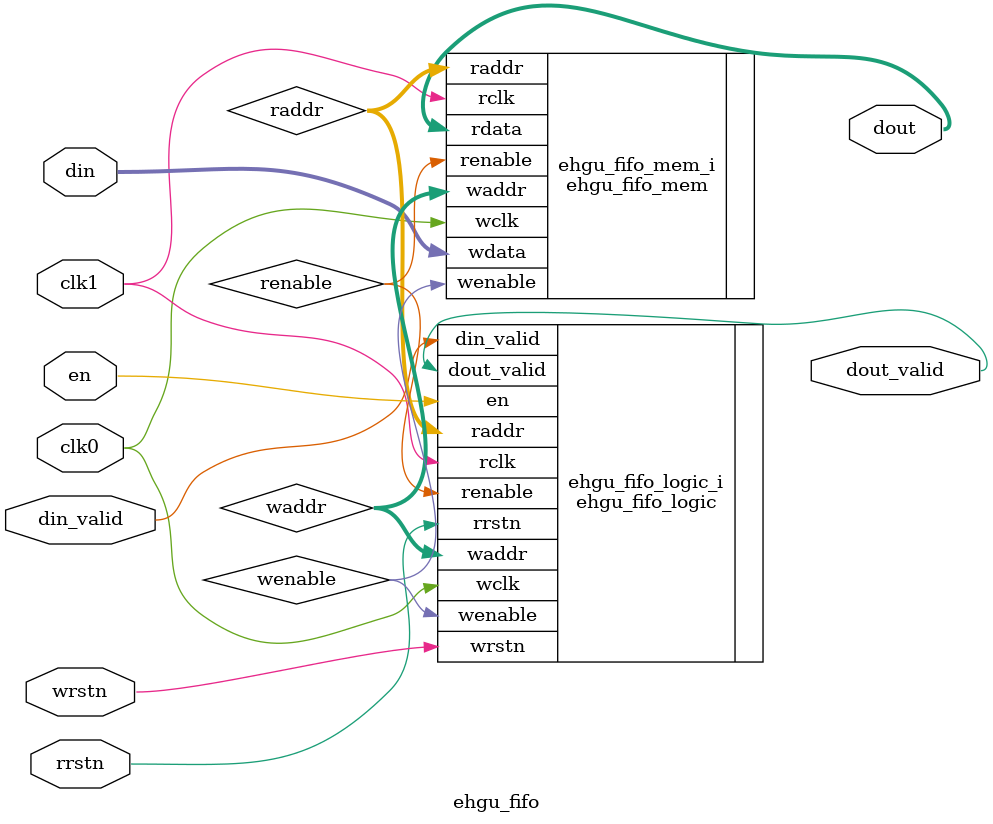
<source format=sv>
module ehgu_fifo
# (
parameter SYNC_TYPE = 0,
parameter SYNC_STG_W2R = 2,
parameter SYNC_STG_R2W = 2,
parameter WIDTH = 8 ,
parameter DEPTH = 128
 ) (
input logic clk0 ,
input logic wrstn ,
input logic en ,
input logic din_valid ,
input logic [ WIDTH-1 : 0 ] din ,

input logic clk1 ,
input logic rrstn ,
output logic dout_valid ,
output logic [ WIDTH-1 : 0 ] dout
 ) ;

// TBD 
// synchronous fifo check
// bursty inputs
// overflow, underflow results
// async fifo features - gray code, sync
// bursty inputs
// async clock
// short gray code support
// sync stage parameter support for async fifo - pass to syncs from instantiation
// en for enabled operation for clock gating and power saving purpose
// Ex: req - ack support on output side and then on input side

localparam AWIDTH = $clog2 ( DEPTH ) ;

logic [ AWIDTH-1 : 0 ] waddr ;
logic [ AWIDTH-1 : 0 ] raddr ;
logic wenable ;
logic renable ;

ehgu_fifo_logic # ( .DEPTH ( DEPTH ) , .WIDTH ( WIDTH ), .AWIDTH ( AWIDTH ) ) ehgu_fifo_logic_i
 (
.wclk ( clk0 ) ,
.wrstn ,
.rrstn ,
.en ( en ) ,
.din_valid ,
.wenable ,
.waddr ,
.rclk ( clk1 ) ,
.renable ,
.dout_valid ,
.raddr 
 ) ;

ehgu_fifo_mem # ( .DEPTH ( DEPTH ) , .WIDTH ( WIDTH ), .AWIDTH ( AWIDTH )  ) ehgu_fifo_mem_i
 (
.wclk ( clk0 ) ,
.wenable ,
.waddr ,
.wdata ( din ) ,
.rclk ( clk1 ) ,
.renable ,
.raddr ,
.rdata ( dout )
 ) ;

endmodule

</source>
